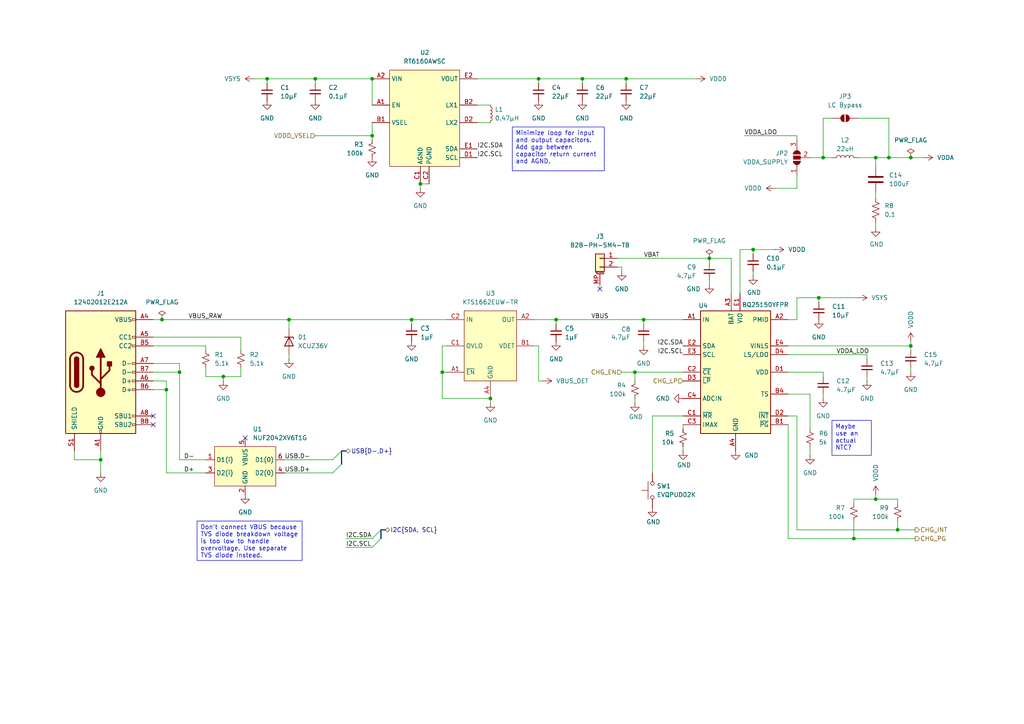
<source format=kicad_sch>
(kicad_sch (version 20231120) (generator "eeschema") (generator_version "8.0")
  (paper "A4")
  (title_block (title "USB, Battery and PMIC") (rev "2"))
  (lib_symbols
    (symbol "Connector:USB_C_Receptacle_USB2.0_16P" (pin_names (offset 1.016))
      (property "Reference" "J" (at 0 22.225 0))
      (property "Value" "USB_C_Receptacle_USB2.0_16P" (at 0 19.685 0))
      (symbol "USB_C_Receptacle_USB2.0_16P_0_0"
        (rectangle (start -0.254 -17.78) (end 0.254 -16.764))
        (rectangle (start 10.16 -14.986) (end 9.144 -15.494))
        (rectangle (start 10.16 -12.446) (end 9.144 -12.954))
        (rectangle (start 10.16 -4.826) (end 9.144 -5.334))
        (rectangle (start 10.16 -2.286) (end 9.144 -2.794))
        (rectangle (start 10.16 0.254) (end 9.144 -0.254))
        (rectangle (start 10.16 2.794) (end 9.144 2.286))
        (rectangle (start 10.16 7.874) (end 9.144 7.366))
        (rectangle (start 10.16 10.414) (end 9.144 9.906))
        (rectangle (start 10.16 15.494) (end 9.144 14.986))
      )
      (symbol "USB_C_Receptacle_USB2.0_16P_0_1"
        (rectangle (start -10.16 17.78) (end 10.16 -17.78) (stroke (width 0.254)) (fill (type background)))
        (arc (start -8.89 -3.81) (mid -6.985 -5.7067) (end -5.08 -3.81) (stroke (width 0.508)))
        (arc (start -7.62 -3.81) (mid -6.985 -4.4423) (end -6.35 -3.81) (stroke (width 0.254)))
        (arc (start -7.62 -3.81) (mid -6.985 -4.4423) (end -6.35 -3.81) (stroke (width 0.254)) (fill (type outline)))
        (rectangle (start -7.62 -3.81) (end -6.35 3.81) (stroke (width 0.254)) (fill (type outline)))
        (arc (start -6.35 3.81) (mid -6.985 4.4423) (end -7.62 3.81) (stroke (width 0.254)))
        (arc (start -6.35 3.81) (mid -6.985 4.4423) (end -7.62 3.81) (stroke (width 0.254)) (fill (type outline)))
        (arc (start -5.08 3.81) (mid -6.985 5.7067) (end -8.89 3.81) (stroke (width 0.508)))
        (circle (center -2.54 1.143) (radius 0.635) (stroke (width 0.254)) (fill (type outline)))
        (circle (center 0 -5.842) (radius 1.27) (fill (type outline)))
        (polyline (pts (xy -8.89 -3.81) (xy -8.89 3.81)) (stroke (width 0.508)))
        (polyline (pts (xy -5.08 3.81) (xy -5.08 -3.81)) (stroke (width 0.508)))
        (polyline (pts (xy 0 -5.842) (xy 0 4.318)) (stroke (width 0.508)))
        (polyline (pts (xy 0 -3.302) (xy -2.54 -0.762) (xy -2.54 0.508)) (stroke (width 0.508)))
        (polyline (pts (xy 0 -2.032) (xy 2.54 0.508) (xy 2.54 1.778)) (stroke (width 0.508)))
        (polyline (pts (xy -1.27 4.318) (xy 0 6.858) (xy 1.27 4.318) (xy -1.27 4.318)) (stroke (width 0.254)) (fill (type outline)))
        (rectangle (start 1.905 1.778) (end 3.175 3.048) (stroke (width 0.254)) (fill (type outline)))
      )
      (symbol "USB_C_Receptacle_USB2.0_16P_1_1"
        (pin passive line (at 0 -22.86 90) (length 5.08) (name "GND") (number "A1"))
        (pin passive line (at 0 -22.86 90) (length 5.08) hide (name "GND") (number "A12"))
        (pin passive line (at 15.24 15.24 180) (length 5.08) (name "VBUS") (number "A4"))
        (pin bidirectional line (at 15.24 10.16 180) (length 5.08) (name "CC1") (number "A5"))
        (pin bidirectional line (at 15.24 -2.54 180) (length 5.08) (name "D+") (number "A6"))
        (pin bidirectional line (at 15.24 2.54 180) (length 5.08) (name "D-") (number "A7"))
        (pin bidirectional line (at 15.24 -12.7 180) (length 5.08) (name "SBU1") (number "A8"))
        (pin passive line (at 15.24 15.24 180) (length 5.08) hide (name "VBUS") (number "A9"))
        (pin passive line (at 0 -22.86 90) (length 5.08) hide (name "GND") (number "B1"))
        (pin passive line (at 0 -22.86 90) (length 5.08) hide (name "GND") (number "B12"))
        (pin passive line (at 15.24 15.24 180) (length 5.08) hide (name "VBUS") (number "B4"))
        (pin bidirectional line (at 15.24 7.62 180) (length 5.08) (name "CC2") (number "B5"))
        (pin bidirectional line (at 15.24 -5.08 180) (length 5.08) (name "D+") (number "B6"))
        (pin bidirectional line (at 15.24 0 180) (length 5.08) (name "D-") (number "B7"))
        (pin bidirectional line (at 15.24 -15.24 180) (length 5.08) (name "SBU2") (number "B8"))
        (pin passive line (at 15.24 15.24 180) (length 5.08) hide (name "VBUS") (number "B9"))
        (pin passive line (at -7.62 -22.86 90) (length 5.08) (name "SHIELD") (number "S1"))
      )
    )
    (symbol "Connector_Generic_MountingPin:Conn_01x02_MountingPin" (pin_names (offset 1.016) hide)
      (property "Reference" "J" (at 0 2.54 0))
      (property "Value" "Conn_01x02_MountingPin" (at 1.27 -5.08 0))
      (symbol "Conn_01x02_MountingPin_1_1"
        (rectangle (start -1.27 -2.413) (end 0 -2.667) (stroke (width 0.1524)))
        (rectangle (start -1.27 0.127) (end 0 -0.127) (stroke (width 0.1524)))
        (rectangle (start -1.27 1.27) (end 1.27 -3.81) (stroke (width 0.254)) (fill (type background)))
        (polyline (pts (xy -1.016 -4.572) (xy 1.016 -4.572)) (stroke (width 0.1524)))
        (text "Mounting" (at 0 -4.191 0) (effects (font (size 0.381 0.381))))
        (pin passive line (at -5.08 0 0) (length 3.81) (name "Pin_1") (number "1"))
        (pin passive line (at -5.08 -2.54 0) (length 3.81) (name "Pin_2") (number "2"))
        (pin passive line (at 0 -7.62 90) (length 3.048) (name "MountPin") (number "MP"))
      )
    )
    (symbol "Device:C" (pin_numbers hide) (pin_names (offset 0.254))
      (property "Reference" "C" (at 0.635 2.54 0))
      (property "Value" "C" (at 0.635 -2.54 0))
      (symbol "C_0_1"
        (polyline (pts (xy -2.032 -0.762) (xy 2.032 -0.762)) (stroke (width 0.508)))
        (polyline (pts (xy -2.032 0.762) (xy 2.032 0.762)) (stroke (width 0.508)))
      )
      (symbol "C_1_1"
        (pin passive line (at 0 3.81 270) (length 2.794) (name "~") (number "1"))
        (pin passive line (at 0 -3.81 90) (length 2.794) (name "~") (number "2"))
      )
    )
    (symbol "Device:C_Small" (pin_numbers hide) (pin_names (offset 0.254) hide)
      (property "Reference" "C" (at 0.254 1.778 0))
      (property "Value" "C_Small" (at 0.254 -2.032 0))
      (symbol "C_Small_0_1"
        (polyline (pts (xy -1.524 -0.508) (xy 1.524 -0.508)) (stroke (width 0.3302)))
        (polyline (pts (xy -1.524 0.508) (xy 1.524 0.508)) (stroke (width 0.3048)))
      )
      (symbol "C_Small_1_1"
        (pin passive line (at 0 2.54 270) (length 2.032) (name "~") (number "1"))
        (pin passive line (at 0 -2.54 90) (length 2.032) (name "~") (number "2"))
      )
    )
    (symbol "Device:L" (pin_numbers hide) (pin_names (offset 1.016) hide)
      (property "Reference" "L" (at -1.27 0 90))
      (property "Value" "L" (at 1.905 0 90))
      (symbol "L_0_1"
        (arc (start 0 -2.54) (mid 0.6323 -1.905) (end 0 -1.27))
        (arc (start 0 -1.27) (mid 0.6323 -0.635) (end 0 0))
        (arc (start 0 0) (mid 0.6323 0.635) (end 0 1.27))
        (arc (start 0 1.27) (mid 0.6323 1.905) (end 0 2.54))
      )
      (symbol "L_1_1"
        (pin passive line (at 0 3.81 270) (length 1.27) (name "1") (number "1"))
        (pin passive line (at 0 -3.81 90) (length 1.27) (name "2") (number "2"))
      )
    )
    (symbol "Device:L_Small" (pin_numbers hide) (pin_names (offset 0.254) hide)
      (property "Reference" "L" (at 0.762 1.016 0))
      (property "Value" "L_Small" (at 0.762 -1.016 0))
      (symbol "L_Small_0_1"
        (arc (start 0 -2.032) (mid 0.5058 -1.524) (end 0 -1.016))
        (arc (start 0 -1.016) (mid 0.5058 -0.508) (end 0 0))
        (arc (start 0 0) (mid 0.5058 0.508) (end 0 1.016))
        (arc (start 0 1.016) (mid 0.5058 1.524) (end 0 2.032))
      )
      (symbol "L_Small_1_1"
        (pin passive line (at 0 2.54 270) (length 0.508) (name "~") (number "1"))
        (pin passive line (at 0 -2.54 90) (length 0.508) (name "~") (number "2"))
      )
    )
    (symbol "Device:R_Small_US" (pin_numbers hide) (pin_names (offset 0.254) hide)
      (property "Reference" "R" (at 0.762 0.508 0))
      (property "Value" "R_Small_US" (at 0.762 -1.016 0))
      (symbol "R_Small_US_1_1"
        (polyline (pts (xy 0 0) (xy 1.016 -0.381) (xy 0 -0.762) (xy -1.016 -1.143) (xy 0 -1.524)))
        (polyline (pts (xy 0 1.524) (xy 1.016 1.143) (xy 0 0.762) (xy -1.016 0.381) (xy 0 0)))
        (pin passive line (at 0 2.54 270) (length 1.016) (name "~") (number "1"))
        (pin passive line (at 0 -2.54 90) (length 1.016) (name "~") (number "2"))
      )
    )
    (symbol "Device:R_US" (pin_numbers hide) (pin_names (offset 0))
      (property "Reference" "R" (at 2.54 0 90))
      (property "Value" "R_US" (at -2.54 0 90))
      (symbol "R_US_0_1"
        (polyline (pts (xy 0 -2.286) (xy 0 -2.54)))
        (polyline (pts (xy 0 2.286) (xy 0 2.54)))
        (polyline (pts (xy 0 -0.762) (xy 1.016 -1.143) (xy 0 -1.524) (xy -1.016 -1.905) (xy 0 -2.286)))
        (polyline (pts (xy 0 0.762) (xy 1.016 0.381) (xy 0 0) (xy -1.016 -0.381) (xy 0 -0.762)))
        (polyline (pts (xy 0 2.286) (xy 1.016 1.905) (xy 0 1.524) (xy -1.016 1.143) (xy 0 0.762)))
      )
      (symbol "R_US_1_1"
        (pin passive line (at 0 3.81 270) (length 1.27) (name "~") (number "1"))
        (pin passive line (at 0 -3.81 90) (length 1.27) (name "~") (number "2"))
      )
    )
    (symbol "Diode:ZPYxx" (pin_numbers hide) (pin_names hide)
      (property "Reference" "D" (at 0 2.54 0))
      (property "Value" "ZPYxx" (at 0 -2.54 0))
      (symbol "ZPYxx_0_1"
        (polyline (pts (xy 1.27 0) (xy -1.27 0)))
        (polyline (pts (xy -1.27 -1.27) (xy -1.27 1.27) (xy -0.762 1.27)) (stroke (width 0.254)))
        (polyline (pts (xy 1.27 -1.27) (xy 1.27 1.27) (xy -1.27 0) (xy 1.27 -1.27)) (stroke (width 0.254)))
      )
      (symbol "ZPYxx_1_1"
        (pin passive line (at -3.81 0 0) (length 2.54) (name "K") (number "1"))
        (pin passive line (at 3.81 0 180) (length 2.54) (name "A") (number "2"))
      )
    )
    (symbol "Jumper:SolderJumper_2_Open" (pin_numbers hide) (pin_names (offset 0) hide) (exclude_from_sim yes) (in_bom no)
      (property "Reference" "JP" (at 0 2.032 0))
      (property "Value" "SolderJumper_2_Open" (at 0 -2.54 0))
      (symbol "SolderJumper_2_Open_0_1"
        (arc (start -0.254 1.016) (mid -1.2656 0) (end -0.254 -1.016))
        (arc (start -0.254 1.016) (mid -1.2656 0) (end -0.254 -1.016) (fill (type outline)))
        (polyline (pts (xy -0.254 1.016) (xy -0.254 -1.016)))
        (polyline (pts (xy 0.254 1.016) (xy 0.254 -1.016)))
        (arc (start 0.254 -1.016) (mid 1.2656 0) (end 0.254 1.016))
        (arc (start 0.254 -1.016) (mid 1.2656 0) (end 0.254 1.016) (fill (type outline)))
      )
      (symbol "SolderJumper_2_Open_1_1"
        (pin passive line (at -3.81 0 0) (length 2.54) (name "A") (number "1"))
        (pin passive line (at 3.81 0 180) (length 2.54) (name "B") (number "2"))
      )
    )
    (symbol "Jumper:SolderJumper_3_Open" (pin_names (offset 0) hide) (exclude_from_sim yes) (in_bom no)
      (property "Reference" "JP" (at -2.54 -2.54 0))
      (property "Value" "SolderJumper_3_Open" (at 0 2.794 0))
      (symbol "SolderJumper_3_Open_0_1"
        (arc (start -1.016 1.016) (mid -2.0276 0) (end -1.016 -1.016))
        (arc (start -1.016 1.016) (mid -2.0276 0) (end -1.016 -1.016) (fill (type outline)))
        (rectangle (start -0.508 1.016) (end 0.508 -1.016) (fill (type outline)))
        (polyline (pts (xy -2.54 0) (xy -2.032 0)))
        (polyline (pts (xy -1.016 1.016) (xy -1.016 -1.016)))
        (polyline (pts (xy 0 -1.27) (xy 0 -1.016)))
        (polyline (pts (xy 1.016 1.016) (xy 1.016 -1.016)))
        (polyline (pts (xy 2.54 0) (xy 2.032 0)))
        (arc (start 1.016 -1.016) (mid 2.0276 0) (end 1.016 1.016))
        (arc (start 1.016 -1.016) (mid 2.0276 0) (end 1.016 1.016) (fill (type outline)))
      )
      (symbol "SolderJumper_3_Open_1_1"
        (pin passive line (at -5.08 0 0) (length 2.54) (name "A") (number "1"))
        (pin passive line (at 0 -3.81 90) (length 2.54) (name "C") (number "2"))
        (pin passive line (at 5.08 0 180) (length 2.54) (name "B") (number "3"))
      )
    )
    (symbol "Switch:SW_Push" (pin_numbers hide) (pin_names (offset 1.016) hide)
      (property "Reference" "SW" (at 1.27 2.54 0))
      (property "Value" "SW_Push" (at 0 -1.524 0))
      (symbol "SW_Push_0_1"
        (circle (center -2.032 0) (radius 0.508))
        (polyline (pts (xy 0 1.27) (xy 0 3.048)))
        (polyline (pts (xy 2.54 1.27) (xy -2.54 1.27)))
        (circle (center 2.032 0) (radius 0.508))
        (pin passive line (at -5.08 0 0) (length 2.54) (name "1") (number "1"))
        (pin passive line (at 5.08 0 180) (length 2.54) (name "2") (number "2"))
      )
    )
    (symbol "power:GND" (power) (pin_numbers hide) (pin_names (offset 0) hide)
      (property "Value" "GND" (at 0 -3.81 0))
      (symbol "GND_0_1"
        (polyline (pts (xy 0 0) (xy 0 -1.27) (xy 1.27 -1.27) (xy 0 -2.54) (xy -1.27 -1.27) (xy 0 -1.27)))
      )
      (symbol "GND_1_1"
        (pin power_in line (at 0 0 270) (length 0) (name "~") (number "1"))
      )
    )
    (symbol "power:PWR_FLAG" (power) (pin_numbers hide) (pin_names (offset 0) hide)
      (property "Value" "PWR_FLAG" (at 0 3.81 0))
      (symbol "PWR_FLAG_0_0"
        (pin power_out line (at 0 0 90) (length 0) (name "~") (number "1"))
      )
      (symbol "PWR_FLAG_0_1"
        (polyline (pts (xy 0 0) (xy 0 1.27) (xy -1.016 1.905) (xy 0 2.54) (xy 1.016 1.905) (xy 0 1.27)))
      )
    )
    (symbol "power:VCC" (power) (pin_numbers hide) (pin_names (offset 0) hide)
      (property "Value" "VCC" (at 0 3.556 0))
      (symbol "VCC_0_1"
        (polyline (pts (xy -0.762 1.27) (xy 0 2.54)))
        (polyline (pts (xy 0 0) (xy 0 2.54)))
        (polyline (pts (xy 0 2.54) (xy 0.762 1.27)))
      )
      (symbol "VCC_1_1"
        (pin power_in line (at 0 0 90) (length 0) (name "~") (number "1"))
      )
    )
    (symbol "zeus-le:BQ25150"
      (property "Reference" "U" (at -10.16 19.05 0))
      (property "Value" "BQ25150" (at 9.652 19.05 0))
      (symbol "BQ25150_1_1"
        (rectangle (start -10.16 17.78) (end 10.16 -17.78) (stroke (width 0.254)) (fill (type background)))
        (pin power_in line (at -15.24 15.24 0) (length 5.08) (name "IN") (number "A1"))
        (pin power_out line (at 15.24 15.24 180) (length 5.08) (name "PMID") (number "A2"))
        (pin power_in line (at -1.27 22.86 270) (length 5.08) (name "BAT") (number "A3"))
        (pin power_in line (at 0 -22.86 90) (length 5.08) (name "GND") (number "A4"))
        (pin output line (at 15.24 -15.24 180) (length 5.08) (name "~{PG}") (number "B1"))
        (pin passive line (at 15.24 15.24 180) (length 5.08) hide (name "PMID") (number "B2"))
        (pin passive line (at -1.27 22.86 270) (length 5.08) hide (name "BAT") (number "B3"))
        (pin power_out line (at 15.24 -6.35 180) (length 5.08) (name "TS") (number "B4"))
        (pin input line (at -15.24 -12.7 0) (length 5.08) (name "~{MR}") (number "C1"))
        (pin input line (at -15.24 0 0) (length 5.08) (name "~{CE}") (number "C2"))
        (pin input line (at -15.24 -15.24 0) (length 5.08) (name "IMAX") (number "C3"))
        (pin input line (at -15.24 -7.62 0) (length 5.08) (name "ADCIN") (number "C4"))
        (pin power_out line (at 15.24 0 180) (length 5.08) (name "VDD") (number "D1"))
        (pin output line (at 15.24 -12.7 180) (length 5.08) (name "~{INT}") (number "D2"))
        (pin input line (at -15.24 -2.54 0) (length 5.08) (name "~{LP}") (number "D3"))
        (pin power_out line (at 15.24 5.08 180) (length 5.08) (name "LS/LDO") (number "D4"))
        (pin power_in line (at 1.27 22.86 270) (length 5.08) (name "VIO") (number "E1"))
        (pin bidirectional line (at -15.24 7.62 0) (length 5.08) (name "SDA") (number "E2"))
        (pin input line (at -15.24 5.08 0) (length 5.08) (name "SCL") (number "E3"))
        (pin power_in line (at 15.24 7.62 180) (length 5.08) (name "VINLS") (number "E4"))
      )
    )
    (symbol "zeus-le:KTS1662"
      (property "Reference" "U" (at -6.858 10.16 0))
      (property "Value" "KTS1662" (at 3.048 10.16 0))
      (symbol "KTS1662_1_1"
        (rectangle (start -7.62 8.89) (end 7.62 -11.43) (fill (type background)))
        (pin input line (at -12.7 -8.89 0) (length 5.08) (name "~{EN}") (number "A1"))
        (pin power_out line (at 12.7 6.35 180) (length 5.08) (name "OUT") (number "A2"))
        (pin passive line (at 12.7 6.35 180) (length 5.08) hide (name "OUT") (number "A3"))
        (pin power_in line (at 0 -16.51 90) (length 5.08) (name "GND") (number "A4"))
        (pin power_out line (at 12.7 -1.27 180) (length 5.08) (name "VDET") (number "B1"))
        (pin passive line (at 12.7 6.35 180) (length 5.08) hide (name "OUT") (number "B2"))
        (pin passive line (at -12.7 6.35 0) (length 5.08) hide (name "IN") (number "B3"))
        (pin passive line (at 0 -16.51 90) (length 5.08) hide (name "GND") (number "B4"))
        (pin input line (at -12.7 -1.27 0) (length 5.08) (name "OVLO") (number "C1"))
        (pin power_in line (at -12.7 6.35 0) (length 5.08) (name "IN") (number "C2"))
        (pin passive line (at -12.7 6.35 0) (length 5.08) hide (name "IN") (number "C3"))
        (pin passive line (at 0 -16.51 90) (length 5.08) hide (name "GND") (number "C4"))
      )
    )
    (symbol "zeus-le:NUF2042XV6"
      (property "Reference" "U" (at -8.382 13.97 0))
      (property "Value" "NUF2042XV6" (at 7.62 13.97 0))
      (symbol "NUF2042XV6_1_1"
        (rectangle (start -8.89 12.7) (end 8.89 1.27) (fill (type background)))
        (pin passive line (at -11.43 8.89 0) (length 2.54) (name "D1(i)") (number "1"))
        (pin power_in line (at 0 -1.27 90) (length 2.54) (name "GND") (number "2"))
        (pin passive line (at -11.43 5.08 0) (length 2.54) (name "D2(i)") (number "3"))
        (pin passive line (at 11.43 5.08 180) (length 2.54) (name "D2(0)") (number "4"))
        (pin power_in line (at 0 15.24 270) (length 2.54) (name "VBUS") (number "5"))
        (pin passive line (at 11.43 8.89 180) (length 2.54) (name "D1(0)") (number "6"))
      )
    )
    (symbol "zeus-le:RT6160AWSC"
      (property "Reference" "U" (at -9.652 14.986 0))
      (property "Value" "RT6160AWSC" (at 6.096 14.986 0))
      (symbol "RT6160AWSC_1_1"
        (rectangle (start -10.16 13.97) (end 10.16 -13.97) (fill (type background)))
        (pin input line (at -15.24 3.81 0) (length 5.08) (name "EN") (number "A1"))
        (pin power_in line (at -15.24 11.43 0) (length 5.08) (name "VIN") (number "A2"))
        (pin passive line (at -15.24 11.43 0) (length 5.08) hide (name "VIN") (number "A3"))
        (pin input line (at -15.24 -1.27 0) (length 5.08) (name "VSEL") (number "B1"))
        (pin output line (at 15.24 3.81 180) (length 5.08) (name "LX1") (number "B2"))
        (pin passive line (at 15.24 3.81 180) (length 5.08) hide (name "LX1") (number "B3"))
        (pin power_in line (at -1.27 -19.05 90) (length 5.08) (name "AGND") (number "C1"))
        (pin power_in line (at 1.27 -19.05 90) (length 5.08) (name "PGND") (number "C2"))
        (pin passive line (at 1.27 -19.05 90) (length 5.08) hide (name "PGND") (number "C3"))
        (pin input line (at 15.24 -11.43 180) (length 5.08) (name "SCL") (number "D1"))
        (pin output line (at 15.24 -1.27 180) (length 5.08) (name "LX2") (number "D2"))
        (pin passive line (at 15.24 -1.27 180) (length 5.08) hide (name "LX2") (number "D3"))
        (pin bidirectional line (at 15.24 -8.89 180) (length 5.08) (name "SDA") (number "E1"))
        (pin power_out line (at 15.24 11.43 180) (length 5.08) (name "VOUT") (number "E2"))
        (pin passive line (at 15.24 11.43 180) (length 5.08) hide (name "VOUT") (number "E3"))
      )
    )
  )
  (junction (at 52.07 107.95))
  (junction (at 186.69 92.71))
  (junction (at 156.21 22.86))
  (junction (at 121.92 53.34))
  (junction (at 29.21 133.35))
  (junction (at 218.44 72.39))
  (junction (at 77.47 22.86))
  (junction (at 48.26 113.03))
  (junction (at 237.49 86.36))
  (junction (at 247.65 156.21))
  (junction (at 119.38 92.71))
  (junction (at 168.91 22.86))
  (junction (at 107.95 39.37))
  (junction (at 91.44 22.86))
  (junction (at 46.99 92.71))
  (junction (at 128.27 107.95))
  (junction (at 142.24 115.57))
  (junction (at 254 144.78))
  (junction (at 257.81 45.72))
  (junction (at 184.15 107.95))
  (junction (at 181.61 22.86))
  (junction (at 264.16 45.72))
  (junction (at 260.35 153.67))
  (junction (at 83.82 92.71))
  (junction (at 64.77 109.22))
  (junction (at 161.29 92.71))
  (junction (at 205.74 74.93))
  (junction (at 254 45.72))
  (junction (at 107.95 22.86))
  (junction (at 238.76 45.72))
  (junction (at 264.16 100.33))
  (no_connect (at 71.12 127))
  (no_connect (at 44.45 123.19))
  (no_connect (at 173.99 83.82))
  (no_connect (at 44.45 120.65))
  (bus_entry (at 99.06 130.81) (size -2.54 2.54))
  (bus_entry (at 99.06 134.62) (size -2.54 2.54))
  (bus_entry (at 110.49 153.67) (size -2.54 2.54))
  (bus_entry (at 110.49 156.21) (size -2.54 2.54))
  (wire (pts (xy 238.76 34.29) (xy 241.3 34.29)))
  (wire (pts (xy 231.14 92.71) (xy 228.6 92.71)))
  (wire (pts (xy 254 48.26) (xy 254 45.72)))
  (wire (pts (xy 77.47 24.13) (xy 77.47 22.86)))
  (wire (pts (xy 231.14 54.61) (xy 231.14 50.8)))
  (wire (pts (xy 138.43 22.86) (xy 156.21 22.86)))
  (wire (pts (xy 91.44 24.13) (xy 91.44 22.86)))
  (wire (pts (xy 59.69 100.33) (xy 59.69 101.6)))
  (wire (pts (xy 83.82 92.71) (xy 83.82 95.25)))
  (wire (pts (xy 128.27 100.33) (xy 128.27 107.95)))
  (wire (pts (xy 138.43 30.48) (xy 142.24 30.48)))
  (wire (pts (xy 205.74 82.55) (xy 205.74 81.28)))
  (wire (pts (xy 234.95 129.54) (xy 234.95 132.08)))
  (wire (pts (xy 48.26 137.16) (xy 48.26 113.03)))
  (wire (pts (xy 254 144.78) (xy 260.35 144.78)))
  (wire (pts (xy 168.91 22.86) (xy 181.61 22.86)))
  (wire (pts (xy 154.94 92.71) (xy 161.29 92.71)))
  (wire (pts (xy 91.44 39.37) (xy 107.95 39.37)))
  (wire (pts (xy 156.21 100.33) (xy 156.21 110.49)))
  (wire (pts (xy 247.65 144.78) (xy 247.65 146.05)))
  (wire (pts (xy 83.82 92.71) (xy 119.38 92.71)))
  (wire (pts (xy 260.35 153.67) (xy 231.14 153.67)))
  (wire (pts (xy 52.07 133.35) (xy 59.69 133.35)))
  (wire (pts (xy 107.95 39.37) (xy 107.95 35.56)))
  (wire (pts (xy 186.69 93.98) (xy 186.69 92.71)))
  (wire (pts (xy 173.99 83.82) (xy 173.99 82.55)))
  (wire (pts (xy 264.16 99.06) (xy 264.16 100.33)))
  (wire (pts (xy 156.21 110.49) (xy 157.48 110.49)))
  (wire (pts (xy 107.95 22.86) (xy 107.95 30.48)))
  (wire (pts (xy 77.47 22.86) (xy 91.44 22.86)))
  (wire (pts (xy 212.09 74.93) (xy 212.09 85.09)))
  (wire (pts (xy 82.55 137.16) (xy 96.52 137.16)))
  (wire (pts (xy 231.14 39.37) (xy 231.14 40.64)))
  (wire (pts (xy 179.07 74.93) (xy 205.74 74.93)))
  (wire (pts (xy 238.76 45.72) (xy 238.76 34.29)))
  (wire (pts (xy 52.07 105.41) (xy 52.07 107.95)))
  (wire (pts (xy 91.44 22.86) (xy 107.95 22.86)))
  (wire (pts (xy 29.21 133.35) (xy 29.21 130.81)))
  (wire (pts (xy 234.95 114.3) (xy 234.95 124.46)))
  (wire (pts (xy 100.33 156.21) (xy 107.95 156.21)))
  (wire (pts (xy 214.63 72.39) (xy 218.44 72.39)))
  (wire (pts (xy 228.6 102.87) (xy 251.46 102.87)))
  (wire (pts (xy 184.15 107.95) (xy 198.12 107.95)))
  (wire (pts (xy 154.94 100.33) (xy 156.21 100.33)))
  (wire (pts (xy 180.34 77.47) (xy 180.34 78.74)))
  (wire (pts (xy 181.61 22.86) (xy 201.93 22.86)))
  (wire (pts (xy 142.24 116.84) (xy 142.24 115.57)))
  (wire (pts (xy 238.76 107.95) (xy 238.76 109.22)))
  (wire (pts (xy 237.49 86.36) (xy 237.49 87.63)))
  (wire (pts (xy 44.45 113.03) (xy 48.26 113.03)))
  (wire (pts (xy 69.85 106.68) (xy 69.85 109.22)))
  (wire (pts (xy 257.81 45.72) (xy 264.16 45.72)))
  (wire (pts (xy 198.12 124.46) (xy 198.12 123.19)))
  (wire (pts (xy 181.61 24.13) (xy 181.61 22.86)))
  (wire (pts (xy 121.92 53.34) (xy 121.92 54.61)))
  (bus (pts (xy 99.06 130.81) (xy 99.06 134.62)))
  (wire (pts (xy 121.92 53.34) (xy 124.46 53.34)))
  (wire (pts (xy 254 45.72) (xy 257.81 45.72)))
  (wire (pts (xy 59.69 106.68) (xy 59.69 109.22)))
  (wire (pts (xy 156.21 22.86) (xy 168.91 22.86)))
  (wire (pts (xy 21.59 130.81) (xy 21.59 133.35)))
  (wire (pts (xy 44.45 100.33) (xy 59.69 100.33)))
  (wire (pts (xy 231.14 120.65) (xy 228.6 120.65)))
  (bus (pts (xy 111.76 153.67) (xy 110.49 153.67)))
  (wire (pts (xy 251.46 104.14) (xy 251.46 102.87)))
  (wire (pts (xy 180.34 107.95) (xy 184.15 107.95)))
  (wire (pts (xy 231.14 153.67) (xy 231.14 120.65)))
  (wire (pts (xy 264.16 107.95) (xy 264.16 106.68)))
  (wire (pts (xy 128.27 107.95) (xy 128.27 115.57)))
  (wire (pts (xy 251.46 110.49) (xy 251.46 109.22)))
  (wire (pts (xy 254 66.04) (xy 254 64.77)))
  (wire (pts (xy 247.65 156.21) (xy 265.43 156.21)))
  (wire (pts (xy 21.59 133.35) (xy 29.21 133.35)))
  (wire (pts (xy 52.07 107.95) (xy 52.07 133.35)))
  (wire (pts (xy 184.15 115.57) (xy 184.15 116.84)))
  (wire (pts (xy 138.43 35.56) (xy 142.24 35.56)))
  (wire (pts (xy 189.23 120.65) (xy 198.12 120.65)))
  (wire (pts (xy 254 144.78) (xy 247.65 144.78)))
  (wire (pts (xy 179.07 77.47) (xy 180.34 77.47)))
  (wire (pts (xy 254 143.51) (xy 254 144.78)))
  (wire (pts (xy 119.38 92.71) (xy 129.54 92.71)))
  (wire (pts (xy 44.45 105.41) (xy 52.07 105.41)))
  (wire (pts (xy 257.81 34.29) (xy 257.81 45.72)))
  (wire (pts (xy 69.85 97.79) (xy 69.85 101.6)))
  (wire (pts (xy 205.74 74.93) (xy 212.09 74.93)))
  (wire (pts (xy 44.45 107.95) (xy 52.07 107.95)))
  (wire (pts (xy 238.76 115.57) (xy 238.76 114.3)))
  (wire (pts (xy 238.76 45.72) (xy 241.3 45.72)))
  (wire (pts (xy 264.16 45.72) (xy 267.97 45.72)))
  (wire (pts (xy 224.79 54.61) (xy 231.14 54.61)))
  (wire (pts (xy 168.91 24.13) (xy 168.91 22.86)))
  (wire (pts (xy 184.15 107.95) (xy 184.15 110.49)))
  (wire (pts (xy 248.92 34.29) (xy 257.81 34.29)))
  (wire (pts (xy 64.77 110.49) (xy 64.77 109.22)))
  (wire (pts (xy 260.35 144.78) (xy 260.35 146.05)))
  (wire (pts (xy 119.38 92.71) (xy 119.38 93.98)))
  (wire (pts (xy 218.44 73.66) (xy 218.44 72.39)))
  (wire (pts (xy 128.27 100.33) (xy 129.54 100.33)))
  (wire (pts (xy 214.63 85.09) (xy 214.63 72.39)))
  (wire (pts (xy 228.6 100.33) (xy 264.16 100.33)))
  (wire (pts (xy 29.21 137.16) (xy 29.21 133.35)))
  (wire (pts (xy 44.45 92.71) (xy 46.99 92.71)))
  (wire (pts (xy 73.66 22.86) (xy 77.47 22.86)))
  (wire (pts (xy 82.55 133.35) (xy 96.52 133.35)))
  (wire (pts (xy 228.6 156.21) (xy 247.65 156.21)))
  (wire (pts (xy 260.35 151.13) (xy 260.35 153.67)))
  (wire (pts (xy 231.14 86.36) (xy 231.14 92.71)))
  (wire (pts (xy 234.95 45.72) (xy 238.76 45.72)))
  (wire (pts (xy 205.74 76.2) (xy 205.74 74.93)))
  (wire (pts (xy 218.44 72.39) (xy 224.79 72.39)))
  (wire (pts (xy 107.95 40.64) (xy 107.95 39.37)))
  (wire (pts (xy 128.27 107.95) (xy 129.54 107.95)))
  (wire (pts (xy 128.27 115.57) (xy 142.24 115.57)))
  (wire (pts (xy 198.12 129.54) (xy 198.12 130.81)))
  (wire (pts (xy 100.33 158.75) (xy 107.95 158.75)))
  (wire (pts (xy 186.69 100.33) (xy 186.69 99.06)))
  (wire (pts (xy 264.16 101.6) (xy 264.16 100.33)))
  (wire (pts (xy 44.45 97.79) (xy 69.85 97.79)))
  (wire (pts (xy 46.99 92.71) (xy 83.82 92.71)))
  (wire (pts (xy 48.26 137.16) (xy 59.69 137.16)))
  (wire (pts (xy 254 57.15) (xy 254 55.88)))
  (wire (pts (xy 228.6 107.95) (xy 238.76 107.95)))
  (wire (pts (xy 228.6 123.19) (xy 228.6 156.21)))
  (bus (pts (xy 110.49 156.21) (xy 110.49 153.67)))
  (wire (pts (xy 218.44 78.74) (xy 218.44 80.01)))
  (wire (pts (xy 59.69 109.22) (xy 64.77 109.22)))
  (bus (pts (xy 99.06 130.81) (xy 100.33 130.81)))
  (wire (pts (xy 247.65 151.13) (xy 247.65 156.21)))
  (wire (pts (xy 215.9 39.37) (xy 231.14 39.37)))
  (wire (pts (xy 161.29 92.71) (xy 186.69 92.71)))
  (wire (pts (xy 189.23 137.16) (xy 189.23 120.65)))
  (wire (pts (xy 48.26 110.49) (xy 48.26 113.03)))
  (wire (pts (xy 248.92 86.36) (xy 237.49 86.36)))
  (wire (pts (xy 44.45 110.49) (xy 48.26 110.49)))
  (wire (pts (xy 83.82 104.14) (xy 83.82 102.87)))
  (wire (pts (xy 228.6 114.3) (xy 234.95 114.3)))
  (wire (pts (xy 69.85 109.22) (xy 64.77 109.22)))
  (wire (pts (xy 156.21 24.13) (xy 156.21 22.86)))
  (wire (pts (xy 265.43 153.67) (xy 260.35 153.67)))
  (wire (pts (xy 161.29 92.71) (xy 161.29 93.98)))
  (wire (pts (xy 186.69 92.71) (xy 198.12 92.71)))
  (wire (pts (xy 237.49 86.36) (xy 231.14 86.36)))
  (wire (pts (xy 248.92 45.72) (xy 254 45.72)))
  (text_box "Minimize loop for input and output capacitors. Add gap between capacitor return current and AGND." (at 148.59 36.83 0) (size 26.67 12.7) (effects (font (size 1.27 1.27)) (justify left top)))
  (text_box "Don't connect VBUS because TVS diode breakdown voltage is too low to handle overvoltage. Use separate TVS diode instead." (at 57.15 151.13 0) (size 30.48 11.43) (effects (font (size 1.27 1.27)) (justify left top)))
  (text_box "Maybe use an actual NTC?" (at 241.3 121.92 0) (size 11.43 10.16) (effects (font (size 1.27 1.27)) (justify left top)))
  (label "VDDA_LDO" (at 242.57 102.87 0))
  (label "I2C.SCL" (at 198.12 102.87 180))
  (label "I2C.SCL" (at 138.43 45.72 0))
  (label "VDDA_LDO" (at 215.9 39.37 0))
  (label "I2C.SDA" (at 138.43 43.18 0))
  (label "I2C.SDA" (at 198.12 100.33 180))
  (label "I2C.SCL" (at 100.33 158.75 0))
  (label "VBUS" (at 171.45 92.71 0))
  (label "USB.D-" (at 82.55 133.35 0))
  (label "VBUS_RAW" (at 54.61 92.71 0))
  (label "USB.D+" (at 82.55 137.16 0))
  (label "D+" (at 53.34 137.16 0))
  (label "VBAT" (at 186.69 74.93 0))
  (label "D-" (at 53.34 133.35 0))
  (label "I2C.SDA" (at 100.33 156.21 0))
  (hierarchical_label "CHG_INT" (shape output) (at 265.43 153.67 0))
  (hierarchical_label "CHG_PG" (shape output) (at 265.43 156.21 0))
  (hierarchical_label "USB{D-,D+}" (shape bidirectional) (at 100.33 130.81 0))
  (hierarchical_label "VDDD_VSEL" (shape input) (at 91.44 39.37 180))
  (hierarchical_label "CHG_LP" (shape input) (at 198.12 110.49 180))
  (hierarchical_label "CHG_EN" (shape input) (at 180.34 107.95 180))
  (hierarchical_label "I2C{SDA, SCL}" (shape bidirectional) (at 111.76 153.67 0))
  (symbol (lib_id "zeus-le:NUF2042XV6") (at 71.12 142.24 0) (unit 1)
    (property "Reference" "U1" (at 73.3141 124.46 0) (effects (justify left)))
    (property "Value" "NUF2042XV6T1G" (at 73.3141 127 0) (effects (justify left)))
    (property "Footprint" "Package_TO_SOT_SMD:SOT-563" (effects (hide yes)))
    (property "Datasheet" "https://www.onsemi.com/pdf/datasheet/nuf2030xv6-d.pdf" (effects (hide yes)))
    (property "Description" "USB Upstream Terminator with ESD Protection, SOT-563" (effects (hide yes)))
    (property "manf#" "NUF2042XV6T1G " (effects (hide yes)))
  )
  (symbol (lib_id "Device:C_Small") (at 181.61 26.67 0) (unit 1)
    (property "Reference" "C7" (at 185.42 25.3999 0) (effects (justify left)))
    (property "Value" "22µF" (at 185.42 27.9399 0) (effects (justify left)))
    (property "Footprint" "Capacitor_SMD:C_0603_1608Metric" (effects (hide yes)))
    (property "Description" "Capacitor, 16V, X7R" (effects (hide yes)))
    (property "manf#" "CL10A226MP8NUNE" (effects (hide yes)))
  )
  (symbol (lib_id "power:GND") (at 213.36 130.81 0) (unit 1)
    (property "Reference" "#PWR027" (effects (hide yes)))
    (property "Value" "GND" (at 215.9 132.0799 0) (effects (justify left)))
    (property "Description" "Power symbol creates a global label with name \"GND\" , ground" (effects (hide yes)))
  )
  (symbol (lib_id "Device:R_Small_US") (at 198.12 127 0) (unit 1)
    (property "Reference" "R5" (at 195.58 125.7299 0) (effects (justify right)))
    (property "Value" "10k" (at 195.58 128.2699 0) (effects (justify right)))
    (property "Footprint" "zeus-le:R_0402_1005Metric_Silkscreen_Clearance" (effects (hide yes)))
    (property "Description" "Resistor, +/- 10%" (effects (hide yes)))
    (property "manf#" "CR0402-JW-103GLF" (effects (hide yes)))
  )
  (symbol (lib_id "Device:C_Small") (at 251.46 106.68 0) (unit 1)
    (property "Reference" "C13" (at 255.27 105.4099 0) (effects (justify left)))
    (property "Value" "4.7µF" (at 255.27 107.9499 0) (effects (justify left)))
    (property "Footprint" "Capacitor_SMD:C_0603_1608Metric" (effects (hide yes)))
    (property "Description" "Capacitor, decoupling, 25V, X7R, >1µF after derating" (effects (hide yes)))
    (property "manf#" "C1608X5R1E475K080AC" (effects (hide yes)))
  )
  (symbol (lib_id "power:GND") (at 184.15 116.84 0) (unit 1)
    (property "Reference" "#PWR020" (effects (hide yes)))
    (property "Value" "GND" (at 182.372 120.904 0) (effects (justify left)))
    (property "Description" "Power symbol creates a global label with name \"GND\" , ground" (effects (hide yes)))
  )
  (symbol (lib_id "power:GND") (at 161.29 99.06 0) (unit 1)
    (property "Reference" "#PWR015" (effects (hide yes)))
    (property "Value" "GND" (at 161.29 104.14 0))
    (property "Description" "Power symbol creates a global label with name \"GND\" , ground" (effects (hide yes)))
  )
  (symbol (lib_id "power:VCC") (at 224.79 72.39 270) (unit 1)
    (property "Reference" "#PWR030" (effects (hide yes)))
    (property "Value" "VDDD" (at 228.6 72.3899 90) (effects (justify left)))
    (property "Description" "Digital supply, 3.4V" (effects (hide yes)))
  )
  (symbol (lib_id "Device:R_Small_US") (at 69.85 104.14 0) (unit 1)
    (property "Reference" "R2" (at 72.39 102.8699 0) (effects (justify left)))
    (property "Value" "5.1k" (at 72.39 105.4099 0) (effects (justify left)))
    (property "Footprint" "zeus-le:R_0402_1005Metric_Silkscreen_Clearance" (effects (hide yes)))
    (property "Description" "Resistor, USB CC" (effects (hide yes)))
    (property "manf#" "CR0402-JW-512GLF" (effects (hide yes)))
  )
  (symbol (lib_id "power:GND") (at 198.12 130.81 0) (unit 1)
    (property "Reference" "#PWR024" (effects (hide yes)))
    (property "Value" "GND" (at 196.342 134.874 0) (effects (justify left)))
    (property "Description" "Power symbol creates a global label with name \"GND\" , ground" (effects (hide yes)))
  )
  (symbol (lib_id "power:GND") (at 156.21 29.21 0) (unit 1)
    (property "Reference" "#PWR013" (effects (hide yes)))
    (property "Value" "GND" (at 156.21 34.29 0))
    (property "Description" "Power symbol creates a global label with name \"GND\" , ground" (effects (hide yes)))
  )
  (symbol (lib_id "power:GND") (at 64.77 110.49 0) (unit 1)
    (property "Reference" "#PWR03" (effects (hide yes)))
    (property "Value" "GND" (at 64.77 115.57 0))
    (property "Description" "Power symbol creates a global label with name \"GND\" , ground" (effects (hide yes)))
  )
  (symbol (lib_id "Device:R_Small_US") (at 260.35 148.59 0) (mirror y) (unit 1)
    (property "Reference" "R9" (at 257.81 147.3199 0) (effects (justify left)))
    (property "Value" "100k" (at 257.81 149.8599 0) (effects (justify left)))
    (property "Footprint" "zeus-le:R_0402_1005Metric_Silkscreen_Clearance" (effects (hide yes)))
    (property "Description" "Resistor, pull-up" (effects (hide yes)))
    (property "manf#" "WR04X1003FTL" (effects (hide yes)))
  )
  (symbol (lib_id "Device:R_Small_US") (at 59.69 104.14 0) (unit 1)
    (property "Reference" "R1" (at 62.23 102.8699 0) (effects (justify left)))
    (property "Value" "5.1k" (at 62.23 105.4099 0) (effects (justify left)))
    (property "Footprint" "zeus-le:R_0402_1005Metric_Silkscreen_Clearance" (effects (hide yes)))
    (property "Description" "Resistor, USB CC" (effects (hide yes)))
    (property "manf#" "CR0402-JW-512GLF" (effects (hide yes)))
  )
  (symbol (lib_id "power:GND") (at 237.49 92.71 0) (unit 1)
    (property "Reference" "#PWR032" (effects (hide yes)))
    (property "Value" "GND" (at 237.49 97.79 0))
    (property "Description" "Power symbol creates a global label with name \"GND\" , ground" (effects (hide yes)))
  )
  (symbol (lib_id "power:GND") (at 238.76 115.57 0) (unit 1)
    (property "Reference" "#PWR033" (effects (hide yes)))
    (property "Value" "GND" (at 238.76 120.65 0))
    (property "Description" "Power symbol creates a global label with name \"GND\" , ground" (effects (hide yes)))
  )
  (symbol (lib_id "power:GND") (at 186.69 100.33 0) (unit 1)
    (property "Reference" "#PWR021" (effects (hide yes)))
    (property "Value" "GND" (at 186.69 105.41 0))
    (property "Description" "Power symbol creates a global label with name \"GND\" , ground" (effects (hide yes)))
  )
  (symbol (lib_id "zeus-le:KTS1662") (at 142.24 99.06 0) (unit 1)
    (property "Reference" "U3" (at 142.24 85.09 0))
    (property "Value" "KTS1662EUW-TR" (at 142.24 87.63 0))
    (property "Footprint" "zeus-le:Kinetic_WLCSP-12_1.94x1.28mm_Layout4x3_P0.4mm_Ball0.25mm_Pad0.25mm_NSMD" (effects (hide yes)))
    (property "Datasheet" "https://www.kinet-ic.com/uploads/KTS1662-04d.pdf" (effects (hide yes)))
    (property "Description" "Adjustable Overvoltage Protection Switch, WLCSP-12" (effects (hide yes)))
    (property "manf#" " KTS1662EUW-TR" (effects (hide yes)))
  )
  (symbol (lib_id "power:PWR_FLAG") (at 46.99 92.71 0) (unit 1)
    (property "Reference" "#FLG02" (effects (hide yes)))
    (property "Value" "PWR_FLAG" (at 46.99 87.63 0))
    (property "Description" "Special symbol for telling ERC where power comes from" (effects (hide yes)))
  )
  (symbol (lib_id "Device:C_Small") (at 205.74 78.74 0) (mirror y) (unit 1)
    (property "Reference" "C9" (at 201.93 77.4699 0) (effects (justify left)))
    (property "Value" "4.7µF" (at 201.93 80.0099 0) (effects (justify left)))
    (property "Footprint" "Capacitor_SMD:C_0603_1608Metric" (effects (hide yes)))
    (property "Description" "Capacitor, decoupling, connected to battery; check leakage" (effects (hide yes)))
    (property "manf#" "C1608X5R1E475K080AC" (effects (hide yes)))
  )
  (symbol (lib_id "zeus-le:BQ25150") (at 213.36 107.95 0) (unit 1)
    (property "Reference" "U4" (at 203.962 88.646 0))
    (property "Value" "BQ25150YFPR" (at 221.996 88.392 0))
    (property "Footprint" "zeus-le:Texas_DSBGA-20_1.615x2.015mm_Layout4x5_P0.4mm_NSMD" (effects (hide yes)))
    (property "Datasheet" "http://www.ti.com/lit/ds/symlink/bq25150.pdf" (effects (hide yes)))
    (property "Description" "I2C Controlled 1-Cell 500-mA Linear Charger with 10-nA Ship Mode, Advanced Power Path Management and Control, ADC, and LDO, DSBGA-20" (effects (hide yes)))
    (property "manf#" "BQ25150YFPR" (effects (hide yes)))
  )
  (symbol (lib_id "power:VCC") (at 264.16 99.06 0) (unit 1)
    (property "Reference" "#PWR038" (effects (hide yes)))
    (property "Value" "VDDD" (at 264.1599 95.25 90) (effects (justify left)))
    (property "Description" "Digital supply, 3.4V" (effects (hide yes)))
  )
  (symbol (lib_id "Device:R_Small_US") (at 234.95 127 0) (unit 1)
    (property "Reference" "R6" (at 237.49 125.7299 0) (effects (justify left)))
    (property "Value" "5k" (at 237.49 128.2699 0) (effects (justify left)))
    (property "Footprint" "zeus-le:R_0402_1005Metric_Silkscreen_Clearance" (effects (hide yes)))
    (property "Description" "Resistor" (effects (hide yes)))
    (property "manf#" "RC0402FR-075KL" (effects (hide yes)))
  )
  (symbol (lib_id "Connector_Generic_MountingPin:Conn_01x02_MountingPin") (at 173.99 74.93 0) (mirror y) (unit 1)
    (property "Reference" "J3" (at 173.99 68.58 0))
    (property "Value" "B2B-PH-SM4-TB" (at 173.99 71.12 0))
    (property "Footprint" "Connector_JST:JST_PH_B2B-PH-SM4-TB_1x02-1MP_P2.00mm_Vertical" (effects (hide yes)))
    (property "Description" "Generic connectable mounting pin connector, single row, 01x02, script generated (kicad-library-utils/schlib/autogen/connector/)" (effects (hide yes)))
    (property "manf#" "B2B-PH-SM4-TB" (effects (hide yes)))
  )
  (symbol (lib_id "power:GND") (at 142.24 116.84 0) (unit 1)
    (property "Reference" "#PWR012" (effects (hide yes)))
    (property "Value" "GND" (at 142.24 121.92 0))
    (property "Description" "Power symbol creates a global label with name \"GND\" , ground" (effects (hide yes)))
  )
  (symbol (lib_id "power:GND") (at 251.46 110.49 0) (unit 1)
    (property "Reference" "#PWR035" (effects (hide yes)))
    (property "Value" "GND" (at 251.46 115.57 0))
    (property "Description" "Power symbol creates a global label with name \"GND\" , ground" (effects (hide yes)))
  )
  (symbol (lib_id "Device:L_Small") (at 142.24 33.02 0) (unit 1)
    (property "Reference" "L1" (at 143.51 31.7499 0) (effects (justify left)))
    (property "Value" "0.47µH" (at 143.51 34.2899 0) (effects (justify left)))
    (property "Footprint" "zeus-le:L_Bourns_SRP4020FA_4.1x4.1mm" (effects (hide yes)))
    (property "Description" "Buck-boost inductor" (effects (hide yes)))
    (property "manf#" "SRP4020FA-R47M" (effects (hide yes)))
  )
  (symbol (lib_id "power:GND") (at 264.16 107.95 0) (unit 1)
    (property "Reference" "#PWR039" (effects (hide yes)))
    (property "Value" "GND" (at 264.16 113.03 0))
    (property "Description" "Power symbol creates a global label with name \"GND\" , ground" (effects (hide yes)))
  )
  (symbol (lib_id "power:GND") (at 198.12 115.57 270) (unit 1)
    (property "Reference" "#PWR023" (effects (hide yes)))
    (property "Value" "GND" (at 194.31 115.5699 90) (effects (justify right)))
    (property "Description" "Power symbol creates a global label with name \"GND\" , ground" (effects (hide yes)))
  )
  (symbol (lib_id "Device:R_Small_US") (at 184.15 113.03 0) (mirror y) (unit 1)
    (property "Reference" "R4" (at 181.61 111.7599 0) (effects (justify left)))
    (property "Value" "100k" (at 181.61 114.2999 0) (effects (justify left)))
    (property "Footprint" "zeus-le:R_0402_1005Metric_Silkscreen_Clearance" (effects (hide yes)))
    (property "Description" "Resistor, pull-down" (effects (hide yes)))
    (property "manf#" "WR04X1003FTL" (effects (hide yes)))
  )
  (symbol (lib_id "power:PWR_FLAG") (at 264.16 45.72 0) (unit 1)
    (property "Reference" "#FLG04" (effects (hide yes)))
    (property "Value" "PWR_FLAG" (at 264.16 40.64 0))
    (property "Description" "Special symbol for telling ERC where power comes from" (effects (hide yes)))
  )
  (symbol (lib_id "power:GND") (at 218.44 80.01 0) (mirror y) (unit 1)
    (property "Reference" "#PWR028" (effects (hide yes)))
    (property "Value" "GND" (at 220.726 84.836 0) (effects (justify left)))
    (property "Description" "Power symbol creates a global label with name \"GND\" , ground" (effects (hide yes)))
  )
  (symbol (lib_id "power:GND") (at 181.61 29.21 0) (unit 1)
    (property "Reference" "#PWR019" (effects (hide yes)))
    (property "Value" "GND" (at 181.61 34.29 0))
    (property "Description" "Power symbol creates a global label with name \"GND\" , ground" (effects (hide yes)))
  )
  (symbol (lib_id "power:GND") (at 205.74 82.55 0) (mirror y) (unit 1)
    (property "Reference" "#PWR026" (effects (hide yes)))
    (property "Value" "GND" (at 203.2 83.8199 0) (effects (justify left)))
    (property "Description" "Power symbol creates a global label with name \"GND\" , ground" (effects (hide yes)))
  )
  (symbol (lib_id "power:GND") (at 121.92 54.61 0) (unit 1)
    (property "Reference" "#PWR011" (effects (hide yes)))
    (property "Value" "GND" (at 121.92 59.69 0))
    (property "Description" "Power symbol creates a global label with name \"GND\" , ground" (effects (hide yes)))
  )
  (symbol (lib_id "power:VCC") (at 73.66 22.86 90) (unit 1)
    (property "Reference" "#PWR05" (effects (hide yes)))
    (property "Value" "VSYS" (at 69.85 22.8601 90) (effects (justify left)))
    (property "Description" "Unregulated supply, 2.9V - 5.25V" (effects (hide yes)))
  )
  (symbol (lib_id "Device:R_US") (at 254 60.96 0) (unit 1)
    (property "Reference" "R8" (at 256.54 59.6899 0) (effects (justify left)))
    (property "Value" "0.1" (at 256.54 62.2299 0) (effects (justify left)))
    (property "Footprint" "Resistor_SMD:R_0603_1608Metric" (effects (hide yes)))
    (property "Description" "Resistor, LC filter damping" (effects (hide yes)))
    (property "manf#" "CRL0603-FW-R100ELF" (effects (hide yes)))
  )
  (symbol (lib_id "power:GND") (at 189.23 147.32 0) (unit 1)
    (property "Reference" "#PWR022" (effects (hide yes)))
    (property "Value" "GND" (at 187.452 151.384 0) (effects (justify left)))
    (property "Description" "Power symbol creates a global label with name \"GND\" , ground" (effects (hide yes)))
  )
  (symbol (lib_id "Switch:SW_Push") (at 189.23 142.24 90) (unit 1)
    (property "Reference" "SW1" (at 190.5 140.9699 90) (effects (justify right)))
    (property "Value" "EVQPUD02K" (at 190.5 143.5099 90) (effects (justify right)))
    (property "Footprint" "Button_Switch_SMD:Panasonic_EVQPUM_EVQPUD" (effects (hide yes)))
    (property "Description" "Power/Reset" (effects (hide yes)))
    (property "manf#" "EVQPUD02K" (effects (hide yes)))
  )
  (symbol (lib_id "Device:C_Small") (at 156.21 26.67 0) (unit 1)
    (property "Reference" "C4" (at 160.02 25.3999 0) (effects (justify left)))
    (property "Value" "22µF" (at 160.02 27.9399 0) (effects (justify left)))
    (property "Footprint" "Capacitor_SMD:C_0603_1608Metric" (effects (hide yes)))
    (property "Description" "Capacitor, 16V, X7R" (effects (hide yes)))
    (property "manf#" "CL10A226MP8NUNE" (effects (hide yes)))
  )
  (symbol (lib_id "power:VCC") (at 201.93 22.86 270) (unit 1)
    (property "Reference" "#PWR025" (effects (hide yes)))
    (property "Value" "VDDD" (at 205.74 22.8599 90) (effects (justify left)))
    (property "Description" "Digital supply, 3.4V" (effects (hide yes)))
  )
  (symbol (lib_id "Device:C_Small") (at 218.44 76.2 0) (unit 1)
    (property "Reference" "C10" (at 222.25 74.9299 0) (effects (justify left)))
    (property "Value" "0.1µF" (at 222.25 77.4699 0) (effects (justify left)))
    (property "Footprint" "zeus-le:C_0402_1005Metric_Silkscreen_Clearance" (effects (hide yes)))
    (property "Description" "Capacitor, decoupling, 25V, X5R" (effects (hide yes)))
    (property "manf#" "CL05A104KA5NNNC" (effects (hide yes)))
  )
  (symbol (lib_id "Device:C_Small") (at 186.69 96.52 0) (mirror y) (unit 1)
    (property "Reference" "C8" (at 182.88 95.504 0) (effects (justify left)))
    (property "Value" "4.7µF" (at 182.88 97.7899 0) (effects (justify left)))
    (property "Footprint" "Capacitor_SMD:C_0603_1608Metric" (effects (hide yes)))
    (property "Description" "Capacitor, 10V, >1µF after derating" (effects (hide yes)))
    (property "manf#" "C1608X5R1E475K080AC" (effects (hide yes)))
  )
  (symbol (lib_id "Device:C_Small") (at 161.29 96.52 0) (unit 1)
    (property "Reference" "C5" (at 163.83 95.2562 0) (effects (justify left)))
    (property "Value" "1µF" (at 163.83 97.7962 0) (effects (justify left)))
    (property "Footprint" "Capacitor_SMD:C_0603_1608Metric" (effects (hide yes)))
    (property "Description" "Capacitor, decoupling, 10V, X7R" (effects (hide yes)))
    (property "manf#" "CL10B105KP8NNNC" (effects (hide yes)))
  )
  (symbol (lib_id "power:GND") (at 91.44 29.21 0) (unit 1)
    (property "Reference" "#PWR08" (effects (hide yes)))
    (property "Value" "GND" (at 91.44 34.29 0))
    (property "Description" "Power symbol creates a global label with name \"GND\" , ground" (effects (hide yes)))
  )
  (symbol (lib_id "Device:C_Small") (at 119.38 96.52 0) (unit 1)
    (property "Reference" "C3" (at 121.92 95.2562 0) (effects (justify left)))
    (property "Value" "1µF" (at 121.92 97.7962 0) (effects (justify left)))
    (property "Footprint" "Capacitor_SMD:C_0603_1608Metric" (effects (hide yes)))
    (property "Description" "Capacitor, decoupling, 50V, X5R" (effects (hide yes)))
    (property "manf#" "CL10A105KB8NNNC" (effects (hide yes)))
  )
  (symbol (lib_id "Diode:ZPYxx") (at 83.82 99.06 270) (unit 1)
    (property "Reference" "D1" (at 86.36 97.7899 90) (effects (justify left)))
    (property "Value" "XCUZ36V" (at 86.36 100.3299 90) (effects (justify left)))
    (property "Footprint" "Diode_SMD:D_SOD-323" (effects (hide yes)))
    (property "Datasheet" "http://www.vishay.com/docs/85790/zpy3v9.pdf" (effects (hide yes)))
    (property "Description" "Zener Diode, 36V, SOD-323" (effects (hide yes)))
    (property "manf#" "XCUZ36V" (effects (hide yes)))
  )
  (symbol (lib_id "Device:C_Small") (at 168.91 26.67 0) (unit 1)
    (property "Reference" "C6" (at 172.72 25.3999 0) (effects (justify left)))
    (property "Value" "22µF" (at 172.72 27.9399 0) (effects (justify left)))
    (property "Footprint" "Capacitor_SMD:C_0603_1608Metric" (effects (hide yes)))
    (property "Description" "Capacitor, 16V, X7R" (effects (hide yes)))
    (property "manf#" "CL10A226MP8NUNE" (effects (hide yes)))
  )
  (symbol (lib_id "power:GND") (at 71.12 143.51 0) (unit 1)
    (property "Reference" "#PWR04" (effects (hide yes)))
    (property "Value" "GND" (at 71.12 148.59 0))
    (property "Description" "Power symbol creates a global label with name \"GND\" , ground" (effects (hide yes)))
  )
  (symbol (lib_id "power:GND") (at 168.91 29.21 0) (unit 1)
    (property "Reference" "#PWR016" (effects (hide yes)))
    (property "Value" "GND" (at 168.91 34.29 0))
    (property "Description" "Power symbol creates a global label with name \"GND\" , ground" (effects (hide yes)))
  )
  (symbol (lib_id "Jumper:SolderJumper_2_Open") (at 245.11 34.29 0) (unit 1) (exclude_from_sim yes) (in_bom no)
    (property "Reference" "JP3" (at 245.11 27.94 0))
    (property "Value" "LC Bypass" (at 245.11 30.48 0))
    (property "Footprint" "Jumper:SolderJumper-2_P1.3mm_Open_TrianglePad1.0x1.5mm" (effects (hide yes)))
    (property "Description" "Solder Jumper, 2-pole, open" (effects (hide yes)))
    (property "manf#" "LC Bypass" (effects (hide yes)))
  )
  (symbol (lib_id "Connector:USB_C_Receptacle_USB2.0_16P") (at 29.21 107.95 0) (unit 1)
    (property "Reference" "J1" (at 29.21 85.09 0))
    (property "Value" "12402012E212A" (at 29.21 87.63 0))
    (property "Footprint" "zeus-le:USB_C_Receptacle_Amphenol_12402012E21-2A" (effects (hide yes)))
    (property "Datasheet" "https://www.usb.org/sites/default/files/documents/usb_type-c.zip" (effects (hide yes)))
    (property "Description" "USB 2.0-only 16P Type-C Receptacle connector" (effects (hide yes)))
    (property "manf#" "12402012E212A" (effects (hide yes)))
  )
  (symbol (lib_id "Device:R_Small_US") (at 107.95 43.18 0) (mirror y) (unit 1)
    (property "Reference" "R3" (at 105.41 41.9099 0) (effects (justify left)))
    (property "Value" "100k" (at 105.41 44.4499 0) (effects (justify left)))
    (property "Footprint" "zeus-le:R_0402_1005Metric_Silkscreen_Clearance" (effects (hide yes)))
    (property "Description" "Resistor, pull-down" (effects (hide yes)))
    (property "manf#" "WR04X1003FTL" (effects (hide yes)))
  )
  (symbol (lib_id "Device:C_Small") (at 77.47 26.67 0) (unit 1)
    (property "Reference" "C1" (at 81.28 25.3999 0) (effects (justify left)))
    (property "Value" "10µF" (at 81.28 27.9399 0) (effects (justify left)))
    (property "Footprint" "Capacitor_SMD:C_0603_1608Metric" (effects (hide yes)))
    (property "Description" "Capacitor, decoupling, 10V, X5R" (effects (hide yes)))
    (property "manf#" "GRM188R61A106ME69D" (effects (hide yes)))
  )
  (symbol (lib_id "Device:C_Small") (at 237.49 90.17 0) (unit 1)
    (property "Reference" "C11" (at 241.3 88.8999 0) (effects (justify left)))
    (property "Value" "10µF" (at 241.3 91.4399 0) (effects (justify left)))
    (property "Footprint" "Capacitor_SMD:C_0603_1608Metric" (effects (hide yes)))
    (property "Description" "Capacitor, decoupling, 10V, X5R, >1µF after derating" (effects (hide yes)))
    (property "manf#" "GRM188R61A106ME69D" (effects (hide yes)))
  )
  (symbol (lib_id "power:VCC") (at 267.97 45.72 270) (mirror x) (unit 1)
    (property "Reference" "#PWR040" (effects (hide yes)))
    (property "Value" "VDDA" (at 271.78 45.7201 90) (effects (justify left)))
    (property "Description" "Analog supply, 3.2V" (effects (hide yes)))
  )
  (symbol (lib_id "Device:C_Small") (at 238.76 111.76 0) (unit 1)
    (property "Reference" "C12" (at 242.57 110.4899 0) (effects (justify left)))
    (property "Value" "4.7µF" (at 242.57 113.0299 0) (effects (justify left)))
    (property "Footprint" "Capacitor_SMD:C_0603_1608Metric" (effects (hide yes)))
    (property "Description" "Capacitor, decoupling, 25V, X7R, >1µF after derating" (effects (hide yes)))
    (property "manf#" "C1608X5R1E475K080AC" (effects (hide yes)))
  )
  (symbol (lib_id "power:GND") (at 180.34 78.74 0) (unit 1)
    (property "Reference" "#PWR018" (effects (hide yes)))
    (property "Value" "GND" (at 180.34 83.82 0))
    (property "Description" "Power symbol creates a global label with name \"GND\" , ground" (effects (hide yes)))
  )
  (symbol (lib_id "power:VCC") (at 157.48 110.49 270) (unit 1)
    (property "Reference" "#PWR014" (effects (hide yes)))
    (property "Value" "VBUS_DET" (at 161.29 110.4899 90) (effects (justify left)))
    (property "Description" "5V USB Power, max 30mA" (effects (hide yes)))
  )
  (symbol (lib_id "Device:L") (at 245.11 45.72 90) (unit 1)
    (property "Reference" "L2" (at 245.11 40.64 90))
    (property "Value" "22uH" (at 245.11 43.18 90))
    (property "Footprint" "Inductor_SMD:L_0805_2012Metric" (effects (hide yes)))
    (property "Datasheet" "https://product.tdk.com/en/system/files?file=dam/doc/product/inductor/inductor/smd/catalog/inductor_commercial_decoupling_mlz2012_en.pdf" (effects (hide yes)))
    (property "Description" "Inductor" (effects (hide yes)))
    (property "manf#" "MLZ2012N220LT000" (effects (hide yes)))
  )
  (symbol (lib_id "power:GND") (at 234.95 132.08 0) (unit 1)
    (property "Reference" "#PWR031" (effects (hide yes)))
    (property "Value" "GND" (at 234.95 137.16 0))
    (property "Description" "Power symbol creates a global label with name \"GND\" , ground" (effects (hide yes)))
  )
  (symbol (lib_id "power:GND") (at 77.47 29.21 0) (unit 1)
    (property "Reference" "#PWR06" (effects (hide yes)))
    (property "Value" "GND" (at 77.47 34.29 0))
    (property "Description" "Power symbol creates a global label with name \"GND\" , ground" (effects (hide yes)))
  )
  (symbol (lib_id "zeus-le:RT6160AWSC") (at 123.19 34.29 0) (unit 1)
    (property "Reference" "U2" (at 123.19 15.24 0))
    (property "Value" "RT6160AWSC" (at 123.19 17.78 0))
    (property "Footprint" "zeus-le:Richtek_WLCSP-15_1.4x2.3mm_Layout3x5_P0.4mm_NSMD" (effects (hide yes)))
    (property "Datasheet" "https://www.mouser.com/datasheet/2/1458/DS6160A_02-3104604.pdf" (effects (hide yes)))
    (property "Description" "Low Quiescent, High Efficiency 3A Buck-Boost Converter with I2C Interface, WLCSP-15" (effects (hide yes)))
    (property "manf#" "RT6160AWSC " (effects (hide yes)))
  )
  (symbol (lib_id "Jumper:SolderJumper_3_Open") (at 231.14 45.72 90) (unit 1) (exclude_from_sim yes) (in_bom no)
    (property "Reference" "JP2" (at 228.6 44.4499 90) (effects (justify left)))
    (property "Value" "VDDA_SUPPLY" (at 228.6 46.9899 90) (effects (justify left)))
    (property "Footprint" "Jumper:SolderJumper-3_P2.0mm_Open_TrianglePad1.0x1.5mm" (effects (hide yes)))
    (property "Description" "Solder Jumper, 3-pole, open" (effects (hide yes)))
  )
  (symbol (lib_id "power:GND") (at 254 66.04 0) (mirror y) (unit 1)
    (property "Reference" "#PWR036" (effects (hide yes)))
    (property "Value" "GND" (at 256.286 70.866 0) (effects (justify left)))
    (property "Description" "Power symbol creates a global label with name \"GND\" , ground" (effects (hide yes)))
  )
  (symbol (lib_id "Device:R_Small_US") (at 247.65 148.59 0) (mirror y) (unit 1)
    (property "Reference" "R7" (at 245.11 147.3199 0) (effects (justify left)))
    (property "Value" "100k" (at 245.11 149.8599 0) (effects (justify left)))
    (property "Footprint" "zeus-le:R_0402_1005Metric_Silkscreen_Clearance" (effects (hide yes)))
    (property "Description" "Resistor, pull-up" (effects (hide yes)))
    (property "manf#" "WR04X1003FTL" (effects (hide yes)))
  )
  (symbol (lib_id "power:GND") (at 107.95 45.72 0) (unit 1)
    (property "Reference" "#PWR09" (effects (hide yes)))
    (property "Value" "GND" (at 107.95 50.8 0))
    (property "Description" "Power symbol creates a global label with name \"GND\" , ground" (effects (hide yes)))
  )
  (symbol (lib_id "power:VCC") (at 248.92 86.36 270) (mirror x) (unit 1)
    (property "Reference" "#PWR034" (effects (hide yes)))
    (property "Value" "VSYS" (at 252.73 86.3601 90) (effects (justify left)))
    (property "Description" "Unregulated supply, 2.9V - 5.25V" (effects (hide yes)))
  )
  (symbol (lib_id "power:VCC") (at 224.79 54.61 90) (mirror x) (unit 1)
    (property "Reference" "#PWR029" (effects (hide yes)))
    (property "Value" "VDDD" (at 220.98 54.6099 90) (effects (justify left)))
    (property "Description" "Digital supply, 3.4V" (effects (hide yes)))
  )
  (symbol (lib_id "Device:C") (at 254 52.07 0) (unit 1)
    (property "Reference" "C14" (at 257.81 50.7999 0) (effects (justify left)))
    (property "Value" "100uF" (at 257.81 53.3399 0) (effects (justify left)))
    (property "Footprint" "Capacitor_SMD:C_1206_3216Metric" (effects (hide yes)))
    (property "Description" "Capacitor, decoupling, 6.3V, X5R" (effects (hide yes)))
    (property "manf#" "CL31A107MQHNNW" (effects (hide yes)))
  )
  (symbol (lib_id "power:GND") (at 83.82 104.14 0) (unit 1)
    (property "Reference" "#PWR07" (effects (hide yes)))
    (property "Value" "GND" (at 83.82 109.22 0))
    (property "Description" "Power symbol creates a global label with name \"GND\" , ground" (effects (hide yes)))
  )
  (symbol (lib_id "power:VCC") (at 254 143.51 0) (unit 1)
    (property "Reference" "#PWR037" (effects (hide yes)))
    (property "Value" "VDDD" (at 253.9999 139.7 90) (effects (justify left)))
    (property "Description" "Digital supply, 3.4V" (effects (hide yes)))
  )
  (symbol (lib_id "Device:C_Small") (at 264.16 104.14 0) (unit 1)
    (property "Reference" "C15" (at 267.97 102.8699 0) (effects (justify left)))
    (property "Value" "4.7µF" (at 267.97 105.4099 0) (effects (justify left)))
    (property "Footprint" "Capacitor_SMD:C_0603_1608Metric" (effects (hide yes)))
    (property "Description" "Capacitor, decoupling, 25V, X7R, >1µF after derating" (effects (hide yes)))
    (property "manf#" "C1608X5R1E475K080AC" (effects (hide yes)))
  )
  (symbol (lib_id "Device:C_Small") (at 91.44 26.67 0) (unit 1)
    (property "Reference" "C2" (at 95.25 25.3999 0) (effects (justify left)))
    (property "Value" "0.1µF" (at 95.25 27.9399 0) (effects (justify left)))
    (property "Footprint" "zeus-le:C_0402_1005Metric_Silkscreen_Clearance" (effects (hide yes)))
    (property "Description" "Capacitor, decoupling, 25V, X5R" (effects (hide yes)))
    (property "manf#" "CL05A104KA5NNNC" (effects (hide yes)))
  )
  (symbol (lib_id "power:PWR_FLAG") (at 205.74 74.93 0) (unit 1)
    (property "Reference" "#FLG03" (effects (hide yes)))
    (property "Value" "PWR_FLAG" (at 205.74 69.85 0))
    (property "Description" "Special symbol for telling ERC where power comes from" (effects (hide yes)))
  )
  (symbol (lib_id "power:GND") (at 29.21 137.16 0) (unit 1)
    (property "Reference" "#PWR02" (effects (hide yes)))
    (property "Value" "GND" (at 29.21 142.24 0))
    (property "Description" "Power symbol creates a global label with name \"GND\" , ground" (effects (hide yes)))
  )
  (symbol (lib_id "power:GND") (at 119.38 99.06 0) (unit 1)
    (property "Reference" "#PWR010" (effects (hide yes)))
    (property "Value" "GND" (at 119.38 104.14 0))
    (property "Description" "Power symbol creates a global label with name \"GND\" , ground" (effects (hide yes)))
  )
)
</source>
